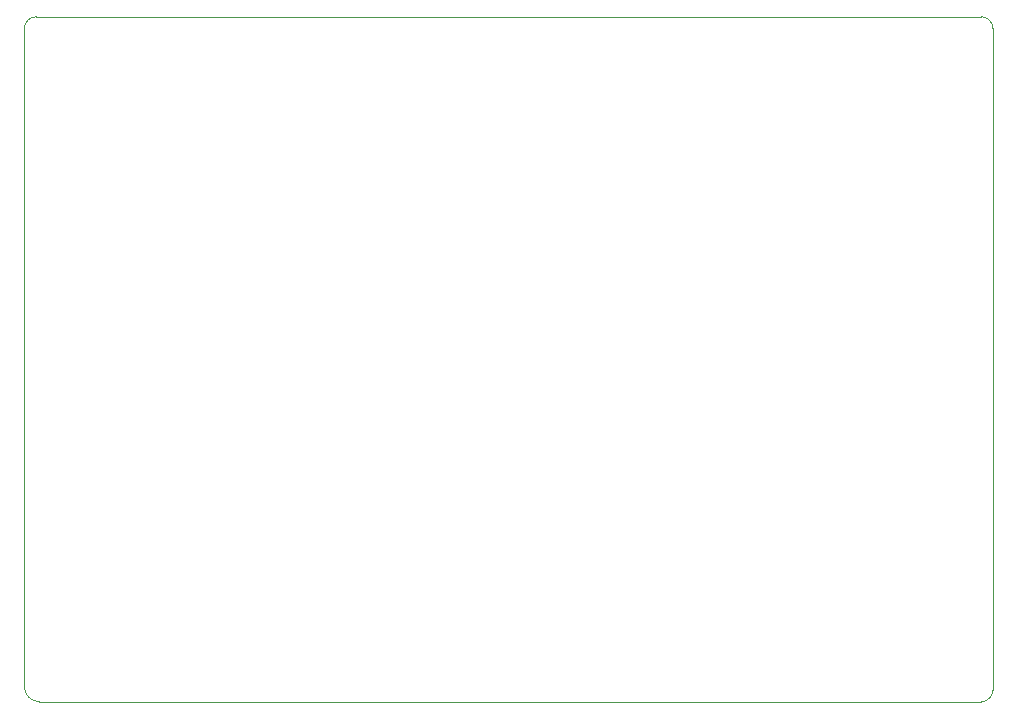
<source format=gbr>
G04*
G04 #@! TF.GenerationSoftware,Altium Limited,Altium Designer,24.6.1 (21)*
G04*
G04 Layer_Color=0*
%FSLAX25Y25*%
%MOIN*%
G70*
G04*
G04 #@! TF.SameCoordinates,E7B071F1-E274-4D6C-8170-77C2E5B523DC*
G04*
G04*
G04 #@! TF.FilePolarity,Positive*
G04*
G01*
G75*
%ADD76C,0.00100*%
D76*
X5000Y0D02*
G02*
X0Y5000I0J5000D01*
G01*
Y224410D01*
D02*
G02*
X3937Y228346I3937J0D01*
G01*
X318898D01*
D02*
G02*
X322835Y224410I0J-3937D01*
G01*
Y3937D01*
D02*
G02*
X318898Y0I-3937J0D01*
G01*
X5000D01*
M02*

</source>
